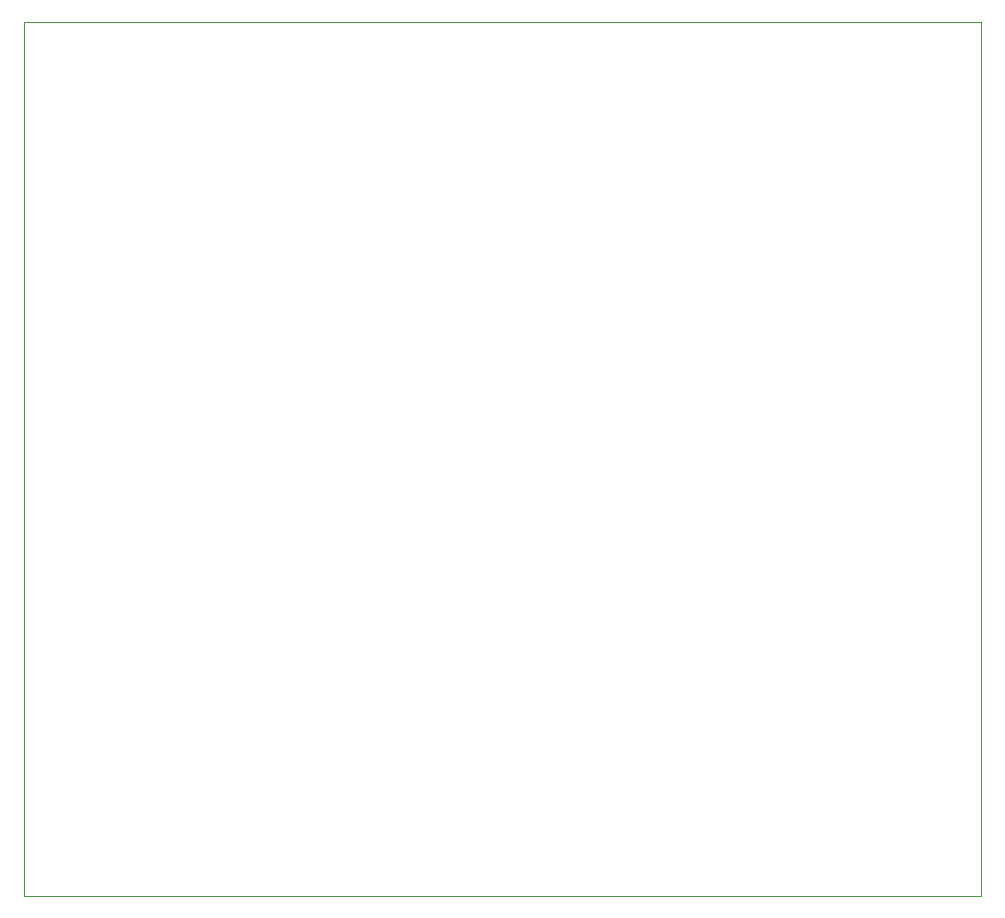
<source format=gbr>
%TF.GenerationSoftware,KiCad,Pcbnew,9.0.2*%
%TF.CreationDate,2025-06-19T00:07:16-03:00*%
%TF.ProjectId,emitterFollower,656d6974-7465-4724-966f-6c6c6f776572,rev?*%
%TF.SameCoordinates,Original*%
%TF.FileFunction,Profile,NP*%
%FSLAX46Y46*%
G04 Gerber Fmt 4.6, Leading zero omitted, Abs format (unit mm)*
G04 Created by KiCad (PCBNEW 9.0.2) date 2025-06-19 00:07:16*
%MOMM*%
%LPD*%
G01*
G04 APERTURE LIST*
%TA.AperFunction,Profile*%
%ADD10C,0.050000*%
%TD*%
G04 APERTURE END LIST*
D10*
X100000000Y-26000000D02*
X181000000Y-26000000D01*
X181000000Y-100000000D01*
X100000000Y-100000000D01*
X100000000Y-26000000D01*
M02*

</source>
